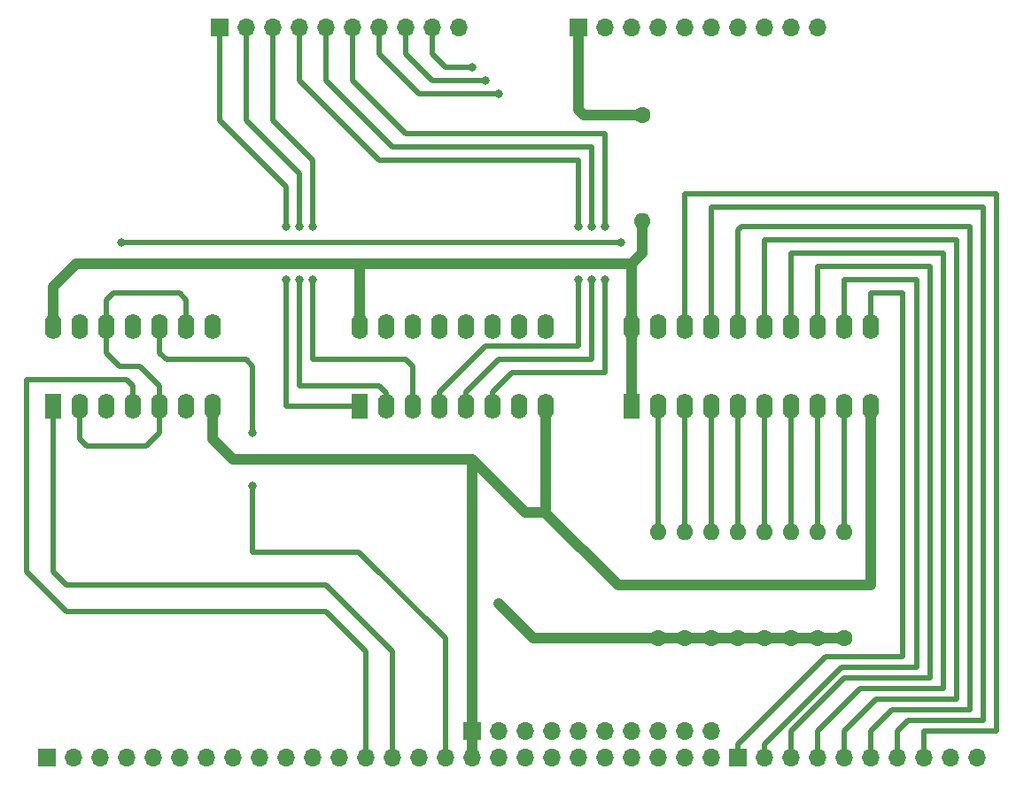
<source format=gbr>
%TF.GenerationSoftware,KiCad,Pcbnew,6.0.11+dfsg-1*%
%TF.CreationDate,2025-10-31T09:44:41+01:00*%
%TF.ProjectId,basematrice,62617365-6d61-4747-9269-63652e6b6963,rev?*%
%TF.SameCoordinates,Original*%
%TF.FileFunction,Copper,L2,Bot*%
%TF.FilePolarity,Positive*%
%FSLAX46Y46*%
G04 Gerber Fmt 4.6, Leading zero omitted, Abs format (unit mm)*
G04 Created by KiCad (PCBNEW 6.0.11+dfsg-1) date 2025-10-31 09:44:41*
%MOMM*%
%LPD*%
G01*
G04 APERTURE LIST*
%TA.AperFunction,ComponentPad*%
%ADD10R,1.600000X2.400000*%
%TD*%
%TA.AperFunction,ComponentPad*%
%ADD11O,1.600000X2.400000*%
%TD*%
%TA.AperFunction,ComponentPad*%
%ADD12R,1.700000X1.700000*%
%TD*%
%TA.AperFunction,ComponentPad*%
%ADD13O,1.700000X1.700000*%
%TD*%
%TA.AperFunction,ComponentPad*%
%ADD14C,1.600000*%
%TD*%
%TA.AperFunction,ComponentPad*%
%ADD15O,1.600000X1.600000*%
%TD*%
%TA.AperFunction,ViaPad*%
%ADD16C,0.800000*%
%TD*%
%TA.AperFunction,ViaPad*%
%ADD17C,1.000000*%
%TD*%
%TA.AperFunction,Conductor*%
%ADD18C,0.500000*%
%TD*%
%TA.AperFunction,Conductor*%
%ADD19C,1.000000*%
%TD*%
G04 APERTURE END LIST*
D10*
%TO.P,74hc32,1*%
%TO.N,N/C*%
X97150000Y-100980000D03*
D11*
%TO.P,74hc32,2*%
X99690000Y-100980000D03*
%TO.P,74hc32,3*%
X102230000Y-100980000D03*
%TO.P,74hc32,4*%
X104770000Y-100980000D03*
%TO.P,74hc32,5*%
X107310000Y-100980000D03*
%TO.P,74hc32,6*%
X109850000Y-100980000D03*
%TO.P,74hc32,7*%
X112390000Y-100980000D03*
%TO.P,74hc32,8*%
X112390000Y-93360000D03*
%TO.P,74hc32,9*%
X109850000Y-93360000D03*
%TO.P,74hc32,10*%
X107310000Y-93360000D03*
%TO.P,74hc32,11*%
X104770000Y-93360000D03*
%TO.P,74hc32,12*%
X102230000Y-93360000D03*
%TO.P,74hc32,13*%
X99690000Y-93360000D03*
%TO.P,74hc32,14*%
X97150000Y-93360000D03*
%TD*%
D12*
%TO.P,REF\u002A\u002A,1*%
%TO.N,N/C*%
X96550000Y-134600000D03*
D13*
%TO.P,REF\u002A\u002A,2*%
X99090000Y-134600000D03*
%TO.P,REF\u002A\u002A,3*%
X101630000Y-134600000D03*
%TO.P,REF\u002A\u002A,4*%
X104170000Y-134600000D03*
%TO.P,REF\u002A\u002A,5*%
X106710000Y-134600000D03*
%TO.P,REF\u002A\u002A,6*%
X109250000Y-134600000D03*
%TO.P,REF\u002A\u002A,7*%
X111790000Y-134600000D03*
%TO.P,REF\u002A\u002A,8*%
X114330000Y-134600000D03*
%TO.P,REF\u002A\u002A,9*%
X116870000Y-134600000D03*
%TO.P,REF\u002A\u002A,10*%
X119410000Y-134600000D03*
%TO.P,REF\u002A\u002A,11*%
X121950000Y-134600000D03*
%TO.P,REF\u002A\u002A,12*%
X124490000Y-134600000D03*
%TO.P,REF\u002A\u002A,13*%
X127030000Y-134600000D03*
%TO.P,REF\u002A\u002A,14*%
X129570000Y-134600000D03*
%TO.P,REF\u002A\u002A,15*%
X132110000Y-134600000D03*
%TO.P,REF\u002A\u002A,16*%
X134650000Y-134600000D03*
%TD*%
D14*
%TO.P,10k,1*%
%TO.N,N/C*%
X165100000Y-123190000D03*
D15*
%TO.P,10k,2*%
X165100000Y-113030000D03*
%TD*%
D14*
%TO.P,1k,1*%
%TO.N,N/C*%
X153416000Y-73152000D03*
D15*
%TO.P,1k,2*%
X153416000Y-83312000D03*
%TD*%
D12*
%TO.P,REF\u002A\u002A,1*%
%TO.N,N/C*%
X113060000Y-64745000D03*
D13*
%TO.P,REF\u002A\u002A,2*%
X115600000Y-64745000D03*
%TO.P,REF\u002A\u002A,3*%
X118140000Y-64745000D03*
%TO.P,REF\u002A\u002A,4*%
X120680000Y-64745000D03*
%TO.P,REF\u002A\u002A,5*%
X123220000Y-64745000D03*
%TO.P,REF\u002A\u002A,6*%
X125760000Y-64745000D03*
%TO.P,REF\u002A\u002A,7*%
X128300000Y-64745000D03*
%TO.P,REF\u002A\u002A,8*%
X130840000Y-64745000D03*
%TO.P,REF\u002A\u002A,9*%
X133380000Y-64745000D03*
%TO.P,REF\u002A\u002A,10*%
X135920000Y-64745000D03*
%TD*%
D14*
%TO.P,10k,1*%
%TO.N,N/C*%
X154940000Y-123190000D03*
D15*
%TO.P,10k,2*%
X154940000Y-113030000D03*
%TD*%
D14*
%TO.P,10k,1*%
%TO.N,N/C*%
X167640000Y-123190000D03*
D15*
%TO.P,10k,2*%
X167640000Y-113030000D03*
%TD*%
D10*
%TO.P,74hc245,1*%
%TO.N,N/C*%
X152400000Y-100965000D03*
D11*
%TO.P,74hc245,2*%
X154940000Y-100965000D03*
%TO.P,74hc245,3*%
X157480000Y-100965000D03*
%TO.P,74hc245,4*%
X160020000Y-100965000D03*
%TO.P,74hc245,5*%
X162560000Y-100965000D03*
%TO.P,74hc245,6*%
X165100000Y-100965000D03*
%TO.P,74hc245,7*%
X167640000Y-100965000D03*
%TO.P,74hc245,8*%
X170180000Y-100965000D03*
%TO.P,74hc245,9*%
X172720000Y-100965000D03*
%TO.P,74hc245,10*%
X175260000Y-100965000D03*
%TO.P,74hc245,11*%
X175260000Y-93345000D03*
%TO.P,74hc245,12*%
X172720000Y-93345000D03*
%TO.P,74hc245,13*%
X170180000Y-93345000D03*
%TO.P,74hc245,14*%
X167640000Y-93345000D03*
%TO.P,74hc245,15*%
X165100000Y-93345000D03*
%TO.P,74hc245,16*%
X162560000Y-93345000D03*
%TO.P,74hc245,17*%
X160020000Y-93345000D03*
%TO.P,74hc245,18*%
X157480000Y-93345000D03*
%TO.P,74hc245,19*%
X154940000Y-93345000D03*
%TO.P,74hc245,20*%
X152400000Y-93345000D03*
%TD*%
D14*
%TO.P,10k,1*%
%TO.N,N/C*%
X162560000Y-123190000D03*
D15*
%TO.P,10k,2*%
X162560000Y-113030000D03*
%TD*%
D12*
%TO.P,REF\u002A\u002A,1*%
%TO.N,N/C*%
X162590000Y-134600000D03*
D13*
%TO.P,REF\u002A\u002A,2*%
X165130000Y-134600000D03*
%TO.P,REF\u002A\u002A,3*%
X167670000Y-134600000D03*
%TO.P,REF\u002A\u002A,4*%
X170210000Y-134600000D03*
%TO.P,REF\u002A\u002A,5*%
X172750000Y-134600000D03*
%TO.P,REF\u002A\u002A,6*%
X175290000Y-134600000D03*
%TO.P,REF\u002A\u002A,7*%
X177830000Y-134600000D03*
%TO.P,REF\u002A\u002A,8*%
X180370000Y-134600000D03*
%TO.P,REF\u002A\u002A,9*%
X182910000Y-134600000D03*
%TO.P,REF\u002A\u002A,10*%
X185450000Y-134600000D03*
%TD*%
D10*
%TO.P,74hc42,1*%
%TO.N,N/C*%
X126380000Y-100980000D03*
D11*
%TO.P,74hc42,2*%
X128920000Y-100980000D03*
%TO.P,74hc42,3*%
X131460000Y-100980000D03*
%TO.P,74hc42,4*%
X134000000Y-100980000D03*
%TO.P,74hc42,5*%
X136540000Y-100980000D03*
%TO.P,74hc42,6*%
X139080000Y-100980000D03*
%TO.P,74hc42,7*%
X141620000Y-100980000D03*
%TO.P,74hc42,8*%
X144160000Y-100980000D03*
%TO.P,74hc42,9*%
X144160000Y-93360000D03*
%TO.P,74hc42,10*%
X141620000Y-93360000D03*
%TO.P,74hc42,11*%
X139080000Y-93360000D03*
%TO.P,74hc42,12*%
X136540000Y-93360000D03*
%TO.P,74hc42,13*%
X134000000Y-93360000D03*
%TO.P,74hc42,14*%
X131460000Y-93360000D03*
%TO.P,74hc42,15*%
X128920000Y-93360000D03*
%TO.P,74hc42,16*%
X126380000Y-93360000D03*
%TD*%
D14*
%TO.P,10k,1*%
%TO.N,N/C*%
X160020000Y-123190000D03*
D15*
%TO.P,10k,2*%
X160020000Y-113030000D03*
%TD*%
D14*
%TO.P,10k,1*%
%TO.N,N/C*%
X157480000Y-123190000D03*
D15*
%TO.P,10k,2*%
X157480000Y-113030000D03*
%TD*%
D14*
%TO.P,10k,1*%
%TO.N,N/C*%
X172720000Y-123190000D03*
D15*
%TO.P,10k,2*%
X172720000Y-113030000D03*
%TD*%
D14*
%TO.P,10k,1*%
%TO.N,N/C*%
X170180000Y-123190000D03*
D15*
%TO.P,10k,2*%
X170180000Y-113030000D03*
%TD*%
D12*
%TO.P,REF\u002A\u002A,1*%
%TO.N,N/C*%
X147350000Y-64745000D03*
D13*
%TO.P,REF\u002A\u002A,2*%
X149890000Y-64745000D03*
%TO.P,REF\u002A\u002A,3*%
X152430000Y-64745000D03*
%TO.P,REF\u002A\u002A,4*%
X154970000Y-64745000D03*
%TO.P,REF\u002A\u002A,5*%
X157510000Y-64745000D03*
%TO.P,REF\u002A\u002A,6*%
X160050000Y-64745000D03*
%TO.P,REF\u002A\u002A,7*%
X162590000Y-64745000D03*
%TO.P,REF\u002A\u002A,8*%
X165130000Y-64745000D03*
%TO.P,REF\u002A\u002A,9*%
X167670000Y-64745000D03*
%TO.P,REF\u002A\u002A,10*%
X170210000Y-64745000D03*
%TD*%
D12*
%TO.P,REF\u002A\u002A,1*%
%TO.N,N/C*%
X137190000Y-132060000D03*
D13*
%TO.P,REF\u002A\u002A,2*%
X137190000Y-134600000D03*
%TO.P,REF\u002A\u002A,3*%
X139730000Y-132060000D03*
%TO.P,REF\u002A\u002A,4*%
X139730000Y-134600000D03*
%TO.P,REF\u002A\u002A,5*%
X142270000Y-132060000D03*
%TO.P,REF\u002A\u002A,6*%
X142270000Y-134600000D03*
%TO.P,REF\u002A\u002A,7*%
X144810000Y-132060000D03*
%TO.P,REF\u002A\u002A,8*%
X144810000Y-134600000D03*
%TO.P,REF\u002A\u002A,9*%
X147350000Y-132060000D03*
%TO.P,REF\u002A\u002A,10*%
X147350000Y-134600000D03*
%TO.P,REF\u002A\u002A,11*%
X149890000Y-132060000D03*
%TO.P,REF\u002A\u002A,12*%
X149890000Y-134600000D03*
%TO.P,REF\u002A\u002A,13*%
X152430000Y-132060000D03*
%TO.P,REF\u002A\u002A,14*%
X152430000Y-134600000D03*
%TO.P,REF\u002A\u002A,15*%
X154970000Y-132060000D03*
%TO.P,REF\u002A\u002A,16*%
X154970000Y-134600000D03*
%TO.P,REF\u002A\u002A,17*%
X157510000Y-132060000D03*
%TO.P,REF\u002A\u002A,18*%
X157510000Y-134600000D03*
%TO.P,REF\u002A\u002A,19*%
X160050000Y-132060000D03*
%TO.P,REF\u002A\u002A,20*%
X160050000Y-134600000D03*
%TD*%
D16*
%TO.N,*%
X116205000Y-103505000D03*
X119380000Y-88900000D03*
X121920000Y-83820000D03*
X138430000Y-69850000D03*
X148590000Y-88900000D03*
X121920000Y-88900000D03*
X116205000Y-108585000D03*
X148590000Y-83820000D03*
X103632000Y-85344000D03*
X147320000Y-88900000D03*
X120650000Y-88900000D03*
X149860000Y-88900000D03*
X137160000Y-68580000D03*
X149860000Y-83820000D03*
X151384000Y-85344000D03*
X120650000Y-83820000D03*
X147320000Y-83820000D03*
X139700000Y-71120000D03*
X119380000Y-83820000D03*
D17*
X139730000Y-119918000D03*
%TD*%
D18*
%TO.N,*%
X160020000Y-113030000D02*
X160020000Y-100965000D01*
X157480000Y-93345000D02*
X157480000Y-80645000D01*
X170942000Y-124968000D02*
X178308000Y-124968000D01*
X119380000Y-100980000D02*
X126380000Y-100980000D01*
X184785000Y-130048000D02*
X177292000Y-130048000D01*
X127030000Y-124490000D02*
X127030000Y-134600000D01*
X105410000Y-97155000D02*
X103505000Y-97155000D01*
X183515000Y-129032000D02*
X183515000Y-85090000D01*
X172750000Y-134600000D02*
X172750000Y-132050000D01*
X133380000Y-64745000D02*
X133380000Y-67340000D01*
X103505000Y-97155000D02*
X102230000Y-95880000D01*
X162560000Y-93345000D02*
X162560000Y-84137500D01*
X125730000Y-69850000D02*
X125760000Y-69820000D01*
D19*
X153416000Y-86360000D02*
X153416000Y-83312000D01*
X151130000Y-118110000D02*
X175260000Y-118110000D01*
D18*
X167640000Y-86360000D02*
X182245000Y-86360000D01*
X115600000Y-73690000D02*
X120650000Y-78740000D01*
X107310000Y-100980000D02*
X107310000Y-99055000D01*
X133380000Y-67340000D02*
X134620000Y-68580000D01*
X147320000Y-83820000D02*
X147320000Y-77470000D01*
X113060000Y-73630000D02*
X113060000Y-64745000D01*
X172720000Y-88900000D02*
X179705000Y-88900000D01*
X175290000Y-132050000D02*
X175290000Y-134600000D01*
X121920000Y-96520000D02*
X130810000Y-96520000D01*
X187325000Y-132080000D02*
X180400000Y-132080000D01*
X172720000Y-93345000D02*
X172720000Y-88900000D01*
X138430000Y-69850000D02*
X133350000Y-69850000D01*
X130810000Y-96520000D02*
X131460000Y-97170000D01*
X165100000Y-113030000D02*
X165100000Y-100965000D01*
X134000000Y-99680000D02*
X138430000Y-95250000D01*
X140970000Y-97790000D02*
X139080000Y-99680000D01*
X121920000Y-83820000D02*
X121920000Y-77470000D01*
X154940000Y-113030000D02*
X154940000Y-100965000D01*
X149860000Y-97790000D02*
X140970000Y-97790000D01*
D19*
X99314000Y-87376000D02*
X152400000Y-87376000D01*
D18*
X102230000Y-90810000D02*
X102870000Y-90170000D01*
X177830000Y-134600000D02*
X177830000Y-132050000D01*
D19*
X112390000Y-100980000D02*
X112390000Y-104135000D01*
D18*
X183515000Y-85090000D02*
X165100000Y-85090000D01*
X162590000Y-133320000D02*
X170942000Y-124968000D01*
X99690000Y-100980000D02*
X99690000Y-104135000D01*
X148590000Y-76200000D02*
X148590000Y-83820000D01*
X123190000Y-118110000D02*
X98425000Y-118110000D01*
D19*
X147320000Y-72644000D02*
X147350000Y-72614000D01*
D18*
X123190000Y-120650000D02*
X127030000Y-124490000D01*
X162560000Y-84137500D02*
X162877500Y-83820000D01*
X104775000Y-99060000D02*
X104140000Y-98425000D01*
X129570000Y-134600000D02*
X129570000Y-124490000D01*
X107950000Y-96520000D02*
X107310000Y-95880000D01*
X167640000Y-113030000D02*
X167640000Y-100965000D01*
X94615000Y-116840000D02*
X98425000Y-120650000D01*
X125760000Y-69820000D02*
X125760000Y-64745000D01*
X174244000Y-128016000D02*
X170210000Y-132050000D01*
X178816000Y-131064000D02*
X186055000Y-131064000D01*
X148590000Y-96520000D02*
X148590000Y-88900000D01*
X138430000Y-95250000D02*
X147320000Y-95250000D01*
X98425000Y-120650000D02*
X123190000Y-120650000D01*
X116205000Y-97155000D02*
X115570000Y-96520000D01*
X162590000Y-134600000D02*
X162590000Y-133320000D01*
X165130000Y-133320000D02*
X165130000Y-134600000D01*
D19*
X97150000Y-89540000D02*
X99314000Y-87376000D01*
D18*
X123220000Y-69880000D02*
X124460000Y-71120000D01*
D19*
X126380000Y-93360000D02*
X126380000Y-87488000D01*
D18*
X99690000Y-104135000D02*
X100330000Y-104775000D01*
X134620000Y-68580000D02*
X137160000Y-68580000D01*
X172750000Y-132050000D02*
X175768000Y-129032000D01*
D19*
X97150000Y-93360000D02*
X97150000Y-89540000D01*
D18*
X182245000Y-128016000D02*
X174244000Y-128016000D01*
X128270000Y-77470000D02*
X120680000Y-69880000D01*
X165100000Y-85090000D02*
X165100000Y-93345000D01*
X134650000Y-123220000D02*
X134650000Y-134600000D01*
X115570000Y-96520000D02*
X107950000Y-96520000D01*
X104140000Y-98425000D02*
X94615000Y-98425000D01*
X186055000Y-131064000D02*
X186055000Y-81915000D01*
X170180000Y-113030000D02*
X170180000Y-100965000D01*
X102230000Y-93360000D02*
X102230000Y-90810000D01*
X104770000Y-99065000D02*
X104775000Y-99060000D01*
D19*
X172720000Y-123190000D02*
X143002000Y-123190000D01*
D18*
X172720000Y-127000000D02*
X180975000Y-127000000D01*
X130840000Y-67340000D02*
X130840000Y-64745000D01*
X115600000Y-64745000D02*
X115600000Y-73690000D01*
D19*
X144145000Y-111125000D02*
X151130000Y-118110000D01*
X137190000Y-106075000D02*
X137160000Y-106045000D01*
X126380000Y-87488000D02*
X126492000Y-87376000D01*
D18*
X147320000Y-95250000D02*
X147320000Y-88900000D01*
D19*
X142240000Y-111125000D02*
X144145000Y-111125000D01*
D18*
X149860000Y-74930000D02*
X130810000Y-74930000D01*
X178308000Y-124968000D02*
X178308000Y-90170000D01*
X102230000Y-95880000D02*
X102230000Y-93360000D01*
X119380000Y-80010000D02*
X113030000Y-73660000D01*
X139700000Y-96520000D02*
X148590000Y-96520000D01*
X128270000Y-99060000D02*
X128920000Y-99710000D01*
X167670000Y-132050000D02*
X172720000Y-127000000D01*
X107310000Y-95880000D02*
X107310000Y-93360000D01*
X180975000Y-87630000D02*
X170180000Y-87630000D01*
X98425000Y-118110000D02*
X97150000Y-116835000D01*
X120650000Y-88900000D02*
X120650000Y-99060000D01*
X94615000Y-98425000D02*
X94615000Y-116840000D01*
X102870000Y-90170000D02*
X109220000Y-90170000D01*
X187325000Y-80645000D02*
X187325000Y-132080000D01*
X116205000Y-114935000D02*
X126365000Y-114935000D01*
D19*
X153416000Y-73152000D02*
X147828000Y-73152000D01*
D18*
X120650000Y-99060000D02*
X128270000Y-99060000D01*
X120680000Y-69880000D02*
X120680000Y-64745000D01*
D19*
X114300000Y-106045000D02*
X137160000Y-106045000D01*
D18*
X128300000Y-67340000D02*
X128300000Y-64745000D01*
X126365000Y-114935000D02*
X134650000Y-123220000D01*
X175260000Y-90170000D02*
X175260000Y-93345000D01*
X113030000Y-73660000D02*
X113060000Y-73630000D01*
X149860000Y-83820000D02*
X149860000Y-74930000D01*
X184785000Y-83820000D02*
X184785000Y-130048000D01*
X124460000Y-71120000D02*
X129540000Y-76200000D01*
X162877500Y-83820000D02*
X184785000Y-83820000D01*
X130810000Y-74930000D02*
X125730000Y-69850000D01*
D19*
X152400000Y-87376000D02*
X153416000Y-86360000D01*
D18*
X172720000Y-113030000D02*
X172720000Y-100965000D01*
X167640000Y-93345000D02*
X167640000Y-86360000D01*
X186055000Y-81915000D02*
X160020000Y-81915000D01*
D19*
X152400000Y-93345000D02*
X152400000Y-87376000D01*
X147828000Y-73152000D02*
X147320000Y-72644000D01*
D18*
X123220000Y-64745000D02*
X123220000Y-69880000D01*
X109850000Y-90800000D02*
X109850000Y-93360000D01*
X139700000Y-71120000D02*
X132080000Y-71120000D01*
X172466000Y-125984000D02*
X165130000Y-133320000D01*
X121920000Y-77470000D02*
X118140000Y-73690000D01*
X175768000Y-129032000D02*
X183515000Y-129032000D01*
X180370000Y-132050000D02*
X180370000Y-134600000D01*
X107310000Y-99055000D02*
X105410000Y-97155000D01*
D19*
X137190000Y-134600000D02*
X137190000Y-132060000D01*
D18*
X116205000Y-108585000D02*
X116205000Y-114935000D01*
D19*
X144160000Y-111110000D02*
X144145000Y-111125000D01*
D18*
X180400000Y-132080000D02*
X180370000Y-132050000D01*
D19*
X143002000Y-123190000D02*
X139730000Y-119918000D01*
D18*
X170180000Y-87630000D02*
X170180000Y-93345000D01*
X177292000Y-130048000D02*
X175290000Y-132050000D01*
X136540000Y-99680000D02*
X138430000Y-97790000D01*
X129570000Y-124490000D02*
X123190000Y-118110000D01*
X149860000Y-88900000D02*
X149860000Y-97790000D01*
X160020000Y-81915000D02*
X160020000Y-93345000D01*
X179705000Y-88900000D02*
X179705000Y-125984000D01*
X133350000Y-69850000D02*
X130840000Y-67340000D01*
D19*
X144160000Y-100980000D02*
X144160000Y-111110000D01*
D18*
X121920000Y-88900000D02*
X121920000Y-96520000D01*
X157480000Y-80645000D02*
X187325000Y-80645000D01*
X131460000Y-97170000D02*
X131460000Y-100980000D01*
X129540000Y-76200000D02*
X148590000Y-76200000D01*
D19*
X147350000Y-72614000D02*
X147350000Y-64745000D01*
D18*
X139080000Y-99680000D02*
X139080000Y-100980000D01*
X128920000Y-99710000D02*
X128920000Y-100980000D01*
X104770000Y-100980000D02*
X104770000Y-99065000D01*
X134000000Y-100980000D02*
X134000000Y-99680000D01*
X178308000Y-90170000D02*
X175260000Y-90170000D01*
D19*
X112390000Y-104135000D02*
X114300000Y-106045000D01*
X175260000Y-118110000D02*
X175260000Y-100965000D01*
D18*
X177830000Y-132050000D02*
X178816000Y-131064000D01*
X157480000Y-113030000D02*
X157480000Y-100965000D01*
X120650000Y-78740000D02*
X120650000Y-83820000D01*
X97150000Y-116835000D02*
X97150000Y-100980000D01*
X167670000Y-134600000D02*
X167670000Y-132050000D01*
X182245000Y-86360000D02*
X182245000Y-128016000D01*
X179705000Y-125984000D02*
X172466000Y-125984000D01*
X147320000Y-77470000D02*
X128270000Y-77470000D01*
D19*
X137160000Y-106045000D02*
X142240000Y-111125000D01*
D18*
X106045000Y-104775000D02*
X107310000Y-103510000D01*
X170210000Y-132050000D02*
X170210000Y-134600000D01*
X116205000Y-103505000D02*
X116205000Y-97155000D01*
X103632000Y-85344000D02*
X151384000Y-85344000D01*
X119380000Y-88900000D02*
X119380000Y-100980000D01*
X162560000Y-113030000D02*
X162560000Y-100965000D01*
X119380000Y-83820000D02*
X119380000Y-80010000D01*
X136540000Y-100980000D02*
X136540000Y-99680000D01*
X107310000Y-103510000D02*
X107310000Y-100980000D01*
X180975000Y-127000000D02*
X180975000Y-87630000D01*
D19*
X152400000Y-100965000D02*
X152400000Y-93345000D01*
X137190000Y-132060000D02*
X137190000Y-106075000D01*
D18*
X138430000Y-97790000D02*
X139700000Y-96520000D01*
X132080000Y-71120000D02*
X128300000Y-67340000D01*
X109220000Y-90170000D02*
X109850000Y-90800000D01*
X100330000Y-104775000D02*
X106045000Y-104775000D01*
X118140000Y-73690000D02*
X118140000Y-64745000D01*
%TD*%
M02*

</source>
